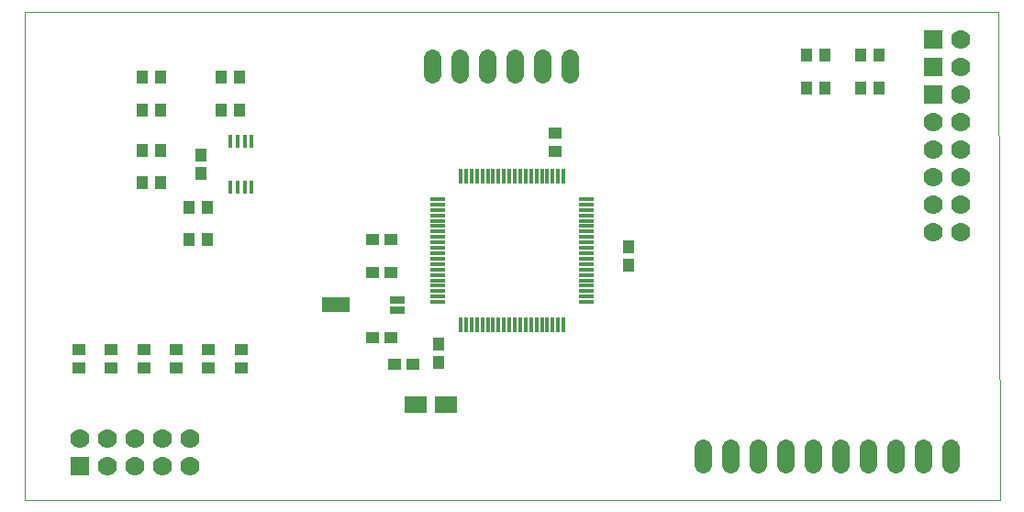
<source format=gts>
G75*
%MOIN*%
%OFA0B0*%
%FSLAX25Y25*%
%IPPOS*%
%LPD*%
%AMOC8*
5,1,8,0,0,1.08239X$1,22.5*
%
%ADD10C,0.00000*%
%ADD11R,0.07000X0.07000*%
%ADD12C,0.07000*%
%ADD13R,0.01581X0.05715*%
%ADD14R,0.05715X0.01581*%
%ADD15C,0.06400*%
%ADD16R,0.01581X0.05124*%
%ADD17R,0.04337X0.04731*%
%ADD18R,0.04731X0.04337*%
%ADD19R,0.08077X0.06306*%
%ADD20R,0.05400X0.02900*%
%ADD21R,0.10400X0.05400*%
D10*
X0021485Y0001800D02*
X0021485Y0178965D01*
X0375186Y0178887D01*
X0375816Y0001800D01*
X0021485Y0001800D01*
D11*
X0041485Y0013926D03*
X0351485Y0148926D03*
X0351485Y0158926D03*
X0351485Y0168926D03*
D12*
X0361485Y0168926D03*
X0361485Y0158926D03*
X0361485Y0148926D03*
X0361485Y0138926D03*
X0351485Y0138926D03*
X0351485Y0128926D03*
X0361485Y0128926D03*
X0361485Y0118926D03*
X0351485Y0118926D03*
X0351485Y0108926D03*
X0361485Y0108926D03*
X0361485Y0098926D03*
X0351485Y0098926D03*
X0081485Y0023926D03*
X0071485Y0023926D03*
X0061485Y0023926D03*
X0051485Y0023926D03*
X0041485Y0023926D03*
X0051485Y0013926D03*
X0061485Y0013926D03*
X0071485Y0013926D03*
X0081485Y0013926D03*
D13*
X0179950Y0065481D03*
X0181918Y0065481D03*
X0183887Y0065481D03*
X0185855Y0065481D03*
X0187824Y0065481D03*
X0189792Y0065481D03*
X0191761Y0065481D03*
X0193729Y0065481D03*
X0195698Y0065481D03*
X0197666Y0065481D03*
X0199635Y0065481D03*
X0201603Y0065481D03*
X0203572Y0065481D03*
X0205540Y0065481D03*
X0207509Y0065481D03*
X0209477Y0065481D03*
X0211446Y0065481D03*
X0213414Y0065481D03*
X0215383Y0065481D03*
X0217351Y0065481D03*
X0217351Y0119221D03*
X0215383Y0119221D03*
X0213414Y0119221D03*
X0211446Y0119221D03*
X0209477Y0119221D03*
X0207509Y0119221D03*
X0205540Y0119221D03*
X0203572Y0119221D03*
X0201603Y0119221D03*
X0199635Y0119221D03*
X0197666Y0119221D03*
X0195698Y0119221D03*
X0193729Y0119221D03*
X0191761Y0119221D03*
X0189792Y0119221D03*
X0187824Y0119221D03*
X0185855Y0119221D03*
X0183887Y0119221D03*
X0181918Y0119221D03*
X0179950Y0119221D03*
D14*
X0171780Y0111052D03*
X0171780Y0109083D03*
X0171780Y0107115D03*
X0171780Y0105146D03*
X0171780Y0103178D03*
X0171780Y0101209D03*
X0171780Y0099241D03*
X0171780Y0097272D03*
X0171780Y0095304D03*
X0171780Y0093335D03*
X0171780Y0091367D03*
X0171780Y0089398D03*
X0171780Y0087430D03*
X0171780Y0085461D03*
X0171780Y0083493D03*
X0171780Y0081524D03*
X0171780Y0079556D03*
X0171780Y0077587D03*
X0171780Y0075619D03*
X0171780Y0073650D03*
X0225520Y0073650D03*
X0225520Y0075619D03*
X0225520Y0077587D03*
X0225520Y0079556D03*
X0225520Y0081524D03*
X0225520Y0083493D03*
X0225520Y0085461D03*
X0225520Y0087430D03*
X0225520Y0089398D03*
X0225520Y0091367D03*
X0225520Y0093335D03*
X0225520Y0095304D03*
X0225520Y0097272D03*
X0225520Y0099241D03*
X0225520Y0101209D03*
X0225520Y0103178D03*
X0225520Y0105146D03*
X0225520Y0107115D03*
X0225520Y0109083D03*
X0225520Y0111052D03*
D15*
X0219713Y0156280D02*
X0219713Y0162280D01*
X0209713Y0162280D02*
X0209713Y0156280D01*
X0199713Y0156280D02*
X0199713Y0162280D01*
X0189713Y0162280D02*
X0189713Y0156280D01*
X0179713Y0156280D02*
X0179713Y0162280D01*
X0169713Y0162280D02*
X0169713Y0156280D01*
X0267824Y0020548D02*
X0267824Y0014548D01*
X0277824Y0014548D02*
X0277824Y0020548D01*
X0287824Y0020548D02*
X0287824Y0014548D01*
X0297824Y0014548D02*
X0297824Y0020548D01*
X0307824Y0020548D02*
X0307824Y0014548D01*
X0317824Y0014548D02*
X0317824Y0020548D01*
X0327824Y0020548D02*
X0327824Y0014548D01*
X0337824Y0014548D02*
X0337824Y0020548D01*
X0347824Y0020548D02*
X0347824Y0014548D01*
X0357824Y0014548D02*
X0357824Y0020548D01*
D16*
X0104068Y0115532D03*
X0101509Y0115532D03*
X0098950Y0115532D03*
X0096391Y0115532D03*
X0096391Y0132166D03*
X0098950Y0132166D03*
X0101509Y0132166D03*
X0104068Y0132166D03*
D17*
X0085461Y0127194D03*
X0085461Y0120501D03*
X0071091Y0116957D03*
X0064398Y0116957D03*
X0081131Y0108099D03*
X0087824Y0108099D03*
X0087824Y0096288D03*
X0081131Y0096288D03*
X0071091Y0128769D03*
X0064398Y0128769D03*
X0064398Y0143532D03*
X0071091Y0143532D03*
X0071091Y0155343D03*
X0064398Y0155343D03*
X0092942Y0155343D03*
X0099635Y0155343D03*
X0099635Y0143532D03*
X0092942Y0143532D03*
X0240973Y0093729D03*
X0240973Y0087036D03*
X0172076Y0058296D03*
X0172076Y0051603D03*
X0305540Y0151406D03*
X0312233Y0151406D03*
X0325225Y0151406D03*
X0331918Y0151406D03*
X0331918Y0163217D03*
X0325225Y0163217D03*
X0312233Y0163217D03*
X0305540Y0163217D03*
D18*
X0214398Y0135068D03*
X0214398Y0128375D03*
X0154753Y0096288D03*
X0148060Y0096288D03*
X0148060Y0084477D03*
X0154753Y0084477D03*
X0154753Y0060855D03*
X0148060Y0060855D03*
X0155934Y0051013D03*
X0162627Y0051013D03*
X0100225Y0049635D03*
X0088414Y0049635D03*
X0076603Y0049635D03*
X0064792Y0049635D03*
X0052981Y0049635D03*
X0052981Y0056328D03*
X0064792Y0056328D03*
X0076603Y0056328D03*
X0088414Y0056328D03*
X0100225Y0056328D03*
X0041170Y0056328D03*
X0041170Y0049635D03*
D19*
X0163709Y0036249D03*
X0174536Y0036249D03*
D20*
X0157036Y0070816D03*
X0157036Y0074517D03*
D21*
X0134477Y0072666D03*
M02*

</source>
